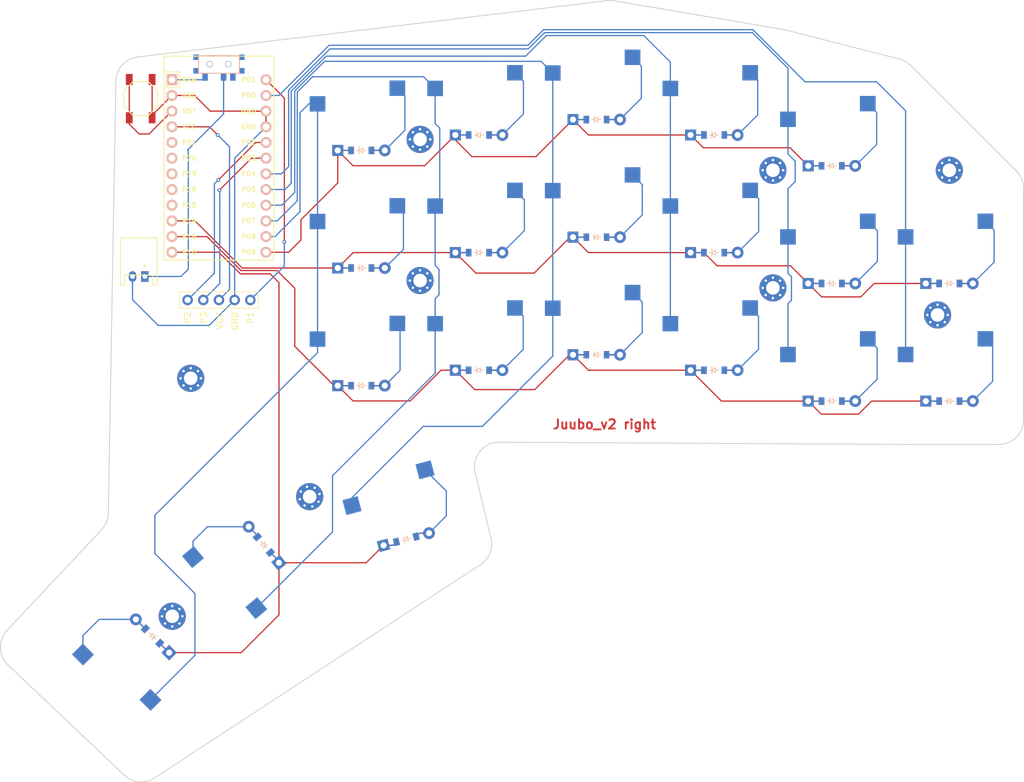
<source format=kicad_pcb>
(kicad_pcb (version 20241229) (generator "pcbnew") (generator_version "9.0")
  (title_block (title "juubo_right") (date "2026-02-08") (rev "v1.0.0") (company "Unknown"))
  (layers (0 "F.Cu" signal) (2 "B.Cu" signal) (13 "F.Paste" user) (15 "B.Paste" user) (5 "F.SilkS" user "F.Silkscreen") (7 "B.SilkS" user "B.Silkscreen") (1 "F.Mask" user) (3 "B.Mask" user) (25 "Edge.Cuts" user))
  (net 0 "")
  (net 1 "P2")
  (net 2 "P3")
  (net 3 "VCC")
  (net 4 "GND")
  (net 5 "P1")
  (net 6 "P0")
  (net 7 "mirror_outer_bottom")
  (net 8 "mirror_outer_home")
  (net 9 "P4")
  (net 10 "mirror_pinky_bottom")
  (net 11 "mirror_pinky_home")
  (net 12 "mirror_pinky_top")
  (net 13 "P5")
  (net 14 "mirror_ring_bottom")
  (net 15 "mirror_ring_home")
  (net 16 "mirror_ring_top")
  (net 17 "P6")
  (net 18 "mirror_middle_bottom")
  (net 19 "mirror_middle_home")
  (net 20 "mirror_middle_top")
  (net 21 "P7")
  (net 22 "mirror_index_bottom")
  (net 23 "mirror_index_home")
  (net 24 "mirror_index_top")
  (net 25 "P8")
  (net 26 "mirror_inner_bottom")
  (net 27 "mirror_inner_home")
  (net 28 "mirror_inner_top")
  (net 29 "mirror_layer_cluster")
  (net 30 "mirror_space_cluster")
  (net 31 "mirror_extra_cluster")
  (net 32 "P16")
  (net 33 "P14")
  (net 34 "P9")
  (net 35 "P10")
  (net 36 "RAW")
  (net 37 "RST")
  (net 38 "P21")
  (net 39 "P20")
  (net 40 "P19")
  (net 41 "P18")
  (net 42 "P15")
  (net 43 "B+")
  (footprint "E73:SPDT_C128955" (layer "F.Cu") (at 146.53 104.8105)
    (property "Reference" "T1" (hide yes))
    (property "Value" "" (hide yes))
  )
  (footprint "E73:SW_TACT_ALPS_SKQGABE010" (layer "F.Cu") (at 133.8525 110.41 -90)
    (property "Reference" "B1" (hide yes))
    (property "Value" "" (hide yes))
  )
  (footprint "MX" (layer "F.Cu") (at 226.73 149.4)
    (property "Reference" "S6" (hide yes))
    (property "Value" "" (hide yes))
  )
  (footprint "MountingHole_2.2mm_M2_Pad_Via" (layer "F.Cu") (at 141.9575 155.71)
    (property "Reference" "_9" (hide yes))
    (property "Value" "")
  )
  (footprint "MX" (layer "F.Cu") (at 188.63 130.35)
    (property "Reference" "S13" (hide yes))
    (property "Value" "" (hide yes))
  )
  (footprint "ComboDiode" (layer "F.Cu") (at 207.68 151.9)
    (property "Reference" "D9" (hide yes))
    (property "Value" "" (hide yes))
  )
  (footprint "MX" (layer "F.Cu") (at 207.68 108.8)
    (property "Reference" "S11" (hide yes))
    (property "Value" "" (hide yes))
  )
  (footprint "ComboDiode" (layer "F.Cu") (at 226.73 154.4)
    (property "Reference" "D6" (hide yes))
    (property "Value" "" (hide yes))
  )
  (footprint "MX" (layer "F.Cu") (at 245.78 116.3)
    (property "Reference" "S5" (hide yes))
    (property "Value" "" (hide yes))
  )
  (footprint "ComboDiode" (layer "F.Cu") (at 245.78 140.35)
    (property "Reference" "D4" (hide yes))
    (property "Value" "" (hide yes))
  )
  (footprint "ComboDiode" (layer "F.Cu") (at 169.58 137.85)
    (property "Reference" "D16" (hide yes))
    (property "Value" "" (hide yes))
  )
  (footprint "MX" (layer "F.Cu") (at 226.73 130.35)
    (property "Reference" "S7" (hide yes))
    (property "Value" "" (hide yes))
  )
  (footprint "ComboDiode" (layer "F.Cu") (at 169.58 156.9)
    (property "Reference" "D15" (hide yes))
    (property "Value" "" (hide yes))
  )
  (footprint "MX" (layer "F.Cu") (at 169.58 151.9)
    (property "Reference" "S15" (hide yes))
    (property "Value" "" (hide yes))
  )
  (footprint "ComboDiode" (layer "F.Cu") (at 188.63 135.35)
    (property "Reference" "D13" (hide yes))
    (property "Value" "" (hide yes))
  )
  (footprint "ComboDiode" (layer "F.Cu") (at 264.83 140.35)
    (property "Reference" "D2" (hide yes))
    (property "Value" "" (hide yes))
  )
  (footprint "MX" (layer "F.Cu") (at 132.224796 200.990306 135)
    (property "Reference" "S20" (hide yes))
    (property "Value" "" (hide yes))
  )
  (footprint "ComboDiode" (layer "F.Cu") (at 226.73 135.35)
    (property "Reference" "D7" (hide yes))
    (property "Value" "" (hide yes))
  )
  (footprint "MX" (layer "F.Cu") (at 264.83 154.4)
    (property "Reference" "S1" (hide yes))
    (property "Value" "" (hide yes))
  )
  (footprint "ComboDiode" (layer "F.Cu") (at 207.68 132.85)
    (property "Reference" "D10" (hide yes))
    (property "Value" "" (hide yes))
  )
  (footprint "MX" (layer "F.Cu") (at 264.83 135.35)
    (property "Reference" "S2" (hide yes))
    (property "Value" "" (hide yes))
  )
  (footprint "ComboDiode" (layer "F.Cu") (at 245.78 159.4)
    (property "Reference" "D3" (hide yes))
    (property "Value" "" (hide yes))
  )
  (footprint "ComboDiode" (layer "F.Cu") (at 226.73 116.3)
    (property "Reference" "D8" (hide yes))
    (property "Value" "" (hide yes))
  )
  (footprint "MountingHole_2.2mm_M2_Pad_Via" (layer "F.Cu") (at 179.105 117.015)
    (property "Reference" "_4" (hide yes))
    (property "Value" "")
  )
  (footprint "ComboDiode" (layer "F.Cu") (at 153.799567 182.668969 130)
    (property "Reference" "D19" (hide yes))
    (property "Value" "" (hide yes))
  )
  (footprint "MX" (layer "F.Cu") (at 226.73 111.3)
    (property "Reference" "S8" (hide yes))
    (property "Value" "" (hide yes))
  )
  (footprint "MountingHole_2.2mm_M2_Pad_Via" (layer "F.Cu") (at 264.83 122.015)
    (property "Reference" "_2" (hide yes))
    (property "Value" "")
  )
  (footprint "ComboDiode" (layer "F.Cu") (at 264.83 159.4)
    (property "Reference" "D1" (hide yes))
    (property "Value" "" (hide yes))
  )
  (footprint "MountingHole_2.2mm_M2_Pad_Via" (layer "F.Cu") (at 236.255 122.015)
    (property "Reference" "_3" (hide yes))
    (property "Value" "")
  )
  (footprint "MX" (layer "F.Cu") (at 149.969345 185.882907 130)
    (property "Reference" "S19" (hide yes))
    (property "Value" "" (hide yes))
  )
  (footprint "MountingHole_2.2mm_M2_Pad_Via" (layer "F.Cu") (at 138.959988 194.255114 135)
    (property "Reference" "_7" (hide yes))
    (property "Value" "")
  )
  (footprint "ComboDiode" (layer "F.Cu") (at 169.58 118.8)
    (property "Reference" "D17" (hide yes))
    (property "Value" "" (hide yes))
  )
  (footprint "ComboDiode" (layer "F.Cu") (at 188.63 154.4)
    (property "Reference" "D12" (hide yes))
    (property "Value" "" (hide yes))
  )
  (footprint "MX" (layer "F.Cu") (at 175.58 176.95 15)
    (property "Reference" "S18" (hide yes))
    (property "Value" "" (hide yes))
  )
  (footprint "MX" (layer "F.Cu") (at 188.63 111.3)
    (property "Reference" "S14" (hide yes))
    (property "Value" "" (hide yes))
  )
  (footprint "MX" (layer "F.Cu") (at 245.78 154.4)
    (property "Reference" "S3" (hide yes))
    (property "Value" "" (hide yes))
  )
  (footprint "MountingHole_2.2mm_M2_Pad_Via" (layer "F.Cu") (at 236.255 141.065)
    (property "Reference" "_5" (hide yes))
    (property "Value" "")
  )
  (footprint "MountingHole_2.2mm_M2_Pad_Via" (layer "F.Cu") (at 262.925 145.4465)
    (property "Reference" "_1" (hide yes))
    (property "Value" "")
  )
  (footprint "MX" (layer "F.Cu") (at 207.68 127.85)
    (property "Reference" "S10" (hide yes))
    (property "Value" "" (hide yes))
  )
  (footprint "MX" (layer "F.Cu") (at 169.58 132.85)
    (property "Reference" "S16" (hide yes))
    (property "Value" "" (hide yes))
  )
  (footprint "ComboDiode" (layer "F.Cu") (at 135.76033 197.454772 135)
    (property "Reference" "D20" (hide yes))
    (property "Value" "" (hide yes))
  )
  (footprint "JST_PH_S2B-PH-K_02x2.00mm_Angled" (layer "F.Cu") (at 133.53 139.2225 180)
    (property "Reference" "JST1" (hide yes))
    (property "Value" "" (hide yes))
  )
  (footprint "MX" (layer "F.Cu") (at 245.78 135.35)
    (property "Reference" "S4" (hide yes))
    (property "Value" "" (hide yes))
  )
  (footprint "ceoloide:display_nice_view" (layer "F.Cu") (at 146.53 126.325)
    (property "Reference" "DISP1" (hide yes))
    (property "Value" "")
  )
  (footprint "ComboDiode" (layer "F.Cu") (at 207.68 113.8)
    (property "Reference" "D11" (hide yes))
    (property "Value" "" (hide yes))
  )
  (footprint "MountingHole_2.2mm_M2_Pad_Via" (layer "F.Cu") (at 179.105 139.875)
    (property "Reference" "_8" (hide yes))
    (property "Value" "")
  )
  (footprint "ComboDiode" (layer "F.Cu") (at 188.63 116.3)
    (property "Reference" "D14" (hide yes))
    (property "Value" "" (hide yes))
  )
  (footprint "ComboDiode" (layer "F.Cu") (at 245.78 121.3)
    (property "Reference" "D5" (hide yes))
    (property "Value" "" (hide yes))
  )
  (footprint "ProMicro" (layer "F.Cu") (at 146.53 121.325 -90)
    (property "Reference" "MCU1" (hide yes))
    (property "Value" "" (hide yes))
  )
  (footprint "MX" (layer "F.Cu") (at 188.63 149.4)
    (property "Reference" "S12" (hide yes))
    (property "Value" "" (hide yes))
  )
  (footprint "MX" (layer "F.Cu") (at 169.58 113.8)
    (property "Reference" "S17" (hide yes))
    (property "Value" "" (hide yes))
  )
  (footprint "MX" (layer "F.Cu") (at 207.68 146.9)
    (property "Reference" "S9" (hide yes))
    (property "Value" "" (hide yes))
  )
  (footprint "ComboDiode" (layer "F.Cu") (at 176.874095 181.779629 15)
    (property "Reference" "D18" (hide yes))
    (property "Value" "" (hide yes))
  )
  (footprint "MountingHole_2.2mm_M2_Pad_Via" (layer "F.Cu") (at 161.220228 174.881086 15)
    (property "Reference" "_6" (hide yes))
    (property "Value" "")
  )
  (gr_arc (start 136.129287 220.423631) (mid 133.581356 221.060944) (end 131.187385 219.980637) (stroke (width 0.15)) (layer "Edge.Cuts"))
  (gr_line (start 129.834046 107.566193) (end 128.610243 177.560417) (stroke (width 0.15)) (layer "Edge.Cuts"))
  (gr_arc (start 275.683427 122.153427) (mid 276.550533 123.451118) (end 276.855 124.981854) (stroke (width 0.15)) (layer "Edge.Cuts"))
  (gr_arc (start 129.834046 107.566193) (mid 130.864579 104.955462) (end 133.356893 103.664607) (stroke (width 0.15)) (layer "Edge.Cuts"))
  (gr_line (start 276.855 162.425) (end 276.855 124.981854) (stroke (width 0.15)) (layer "Edge.Cuts"))
  (gr_line (start 256.742889 104.00336) (end 238.414029 99.315672) (stroke (width 0.15)) (layer "Edge.Cuts"))
  (gr_arc (start 238.093172 99.247494) (mid 238.2543 99.278293) (end 238.414029 99.315672) (stroke (width 0.15)) (layer "Edge.Cuts"))
  (gr_line (start 136.129287 220.423631) (end 188.893507 185.883209) (stroke (width 0.15)) (layer "Edge.Cuts"))
  (gr_line (start 190.590489 181.595721) (end 188.027389 171.003822) (stroke (width 0.15)) (layer "Edge.Cuts"))
  (gr_arc (start 257.815985 166.425) (mid 257.804996 166.424985) (end 257.794007 166.42494) (stroke (width 0.15)) (layer "Edge.Cuts"))
  (gr_arc (start 128.610243 177.560417) (mid 128.31696 178.995409) (end 127.526776 180.228629) (stroke (width 0.15)) (layer "Edge.Cuts"))
  (gr_arc (start 188.027389 171.003822) (mid 188.778473 167.580831) (end 191.937157 166.063089) (stroke (width 0.15)) (layer "Edge.Cuts"))
  (gr_line (start 275.683427 122.153427) (end 258.580199 105.050199) (stroke (width 0.15)) (layer "Edge.Cuts"))
  (gr_line (start 127.526776 180.228629) (end 112.222396 196.526697) (stroke (width 0.15)) (layer "Edge.Cuts"))
  (gr_arc (start 209.409566 94.539046) (mid 209.983978 94.511757) (end 210.556367 94.567114) (stroke (width 0.15)) (layer "Edge.Cuts"))
  (gr_line (start 238.093172 99.247494) (end 210.556367 94.567114) (stroke (width 0.15)) (layer "Edge.Cuts"))
  (gr_arc (start 112.387223 202.168537) (mid 111.139993 199.381637) (end 112.222396 196.526697) (stroke (width 0.15)) (layer "Edge.Cuts"))
  (gr_line (start 112.387223 202.168537) (end 131.187385 219.980637) (stroke (width 0.15)) (layer "Edge.Cuts"))
  (gr_arc (start 276.855 162.425) (mid 275.683427 165.253427) (end 272.855 166.425) (stroke (width 0.15)) (layer "Edge.Cuts"))
  (gr_line (start 209.409566 94.539046) (end 133.356893 103.664607) (stroke (width 0.15)) (layer "Edge.Cuts"))
  (gr_arc (start 190.590489 181.595721) (mid 190.421963 184.008591) (end 188.893507 185.883209) (stroke (width 0.15)) (layer "Edge.Cuts"))
  (gr_line (start 257.815985 166.425) (end 272.855 166.425) (stroke (width 0.15)) (layer "Edge.Cuts"))
  (gr_arc (start 256.742889 104.00336) (mid 257.731976 104.403165) (end 258.580199 105.050199) (stroke (width 0.15)) (layer "Edge.Cuts"))
  (gr_line (start 191.937157 166.063089) (end 257.794007 166.42494) (stroke (width 0.15)) (layer "Edge.Cuts"))
  (gr_text "Juubo_v2 right" (at 200.44 164.04 0) (layer "F.Cu") (effects (font (size 1.5 1.5) (thickness 0.3) (bold yes)) (justify left bottom)))
  (segment (start 146.42 123.59) (end 152.495 117.515) (width 0.2) (layer "F.Cu") (net 1))
  (segment (start 152.495 117.515) (end 154.15 117.515) (width 0.2) (layer "F.Cu") (net 1))
  (via (at 146.42 123.59) (size 0.6) (drill 0.3) (layers "F.Cu" "B.Cu") (net 1))
  (segment (start 145.79 124.22) (end 146.42 123.59) (width 0.2) (layer "B.Cu") (net 1))
  (segment (start 145.79 138.685) (end 145.79 130.91) (width 0.2) (layer "B.Cu") (net 1))
  (segment (start 141.45 143.025) (end 145.79 138.685) (width 0.2) (layer "B.Cu") (net 1))
  (segment (start 145.79 130.91) (end 145.79 124.22) (width 0.2) (layer "B.Cu") (net 1))
  (segment (start 151.785 120.055) (end 154.15 120.055) (width 0.2) (layer "F.Cu") (net 2))
  (segment (start 146.6 125.24) (end 151.785 120.055) (width 0.2) (layer "F.Cu") (net 2))
  (via (at 146.6 125.24) (size 0.6) (drill 0.3) (layers "F.Cu" "B.Cu") (net 2))
  (segment (start 146.66 140.355) (end 146.66 128.96) (width 0.2) (layer "B.Cu") (net 2))
  (segment (start 143.99 143.025) (end 146.66 140.355) (width 0.2) (layer "B.Cu") (net 2))
  (segment (start 146.66 128.96) (end 146.66 125.3) (width 0.2) (layer "B.Cu") (net 2))
  (segment (start 146.66 125.3) (end 146.6 125.24) (width 0.2) (layer "B.Cu") (net 2))
  (segment (start 144.995 114.975) (end 138.91 114.975) (width 0.2) (layer "F.Cu") (net 3))
  (segment (start 146.32 116.3) (end 144.995 114.975) (width 0.2) (layer "F.Cu") (net 3))
  (via (at 146.32 116.3) (size 0.6) (drill 0.3) (layers "F.Cu" "B.Cu") (net 3))
  (segment (start 146.53 143.025) (end 148.24 141.315) (width 0.2) (layer "B.Cu") (net 3))
  (segment (start 148.24 141.315) (end 148.24 127.28) (width 0.2) (layer "B.Cu") (net 3))
  (segment (start 148.24 127.28) (end 148.24 118.22) (width 0.2) (layer "B.Cu") (net 3))
  (segment (start 148.24 118.22) (end 146.32 116.3) (width 0.2) (layer "B.Cu") (net 3))
  (segment (start 135.7025 113.51) (end 135.7025 107.31) (width 0.2) (layer "F.Cu") (net 4))
  (segment (start 145.125 112.435) (end 154.15 112.435) (width 0.2) (layer "F.Cu") (net 4))
  (segment (start 142.585 109.895) (end 145.125 112.435) (width 0.2) (layer "F.Cu") (net 4))
  (segment (start 154.15 114.975) (end 154.15 112.435) (width 0.2) (layer "F.Cu") (net 4))
  (segment (start 135.7025 113.1025) (end 135.7025 113.51) (width 0.2) (layer "F.Cu") (net 4))
  (segment (start 138.91 109.895) (end 142.585 109.895) (width 0.2) (layer "F.Cu") (net 4))
  (segment (start 138.91 109.895) (end 135.7025 113.1025) (width 0.2) (layer "F.Cu") (net 4))
  (segment (start 136.7 147.15) (end 144.945 147.15) (width 0.2) (layer "B.Cu") (net 4))
  (segment (start 149.07 120.055) (end 154.15 114.975) (width 0.2) (layer "B.Cu") (net 4))
  (segment (start 132.53 139.2225) (end 132.53 142.98) (width 0.2) (layer "B.Cu") (net 4))
  (segment (start 144.945 147.15) (end 149.07 143.025) (width 0.2) (layer "B.Cu") (net 4))
  (segment (start 149.07 143.025) (end 149.07 120.055) (width 0.2) (layer "B.Cu") (net 4))
  (segment (start 132.53 142.98) (end 136.7 147.15) (width 0.2) (layer "B.Cu") (net 4))
  (segment (start 157.12 110.325) (end 154.15 107.355) (width 0.2) (layer "F.Cu") (net 5))
  (segment (start 157.12 133.6) (end 157.12 110.325) (width 0.2) (layer "F.Cu") (net 5))
  (via (at 157.12 133.6) (size 0.6) (drill 0.3) (layers "F.Cu" "B.Cu") (net 5))
  (segment (start 157.12 134.12) (end 157.12 133.6) (width 0.2) (layer "B.Cu") (net 5))
  (segment (start 157.12 137.515) (end 157.12 134.12) (width 0.2) (layer "B.Cu") (net 5))
  (segment (start 151.61 143.025) (end 157.12 137.515) (width 0.2) (layer "B.Cu") (net 5))
  (segment (start 257.745 132.81) (end 257.745 112.395) (width 0.2) (layer "B.Cu") (net 6))
  (segment (start 257.745 151.86) (end 257.745 132.81) (width 0.2) (layer "B.Cu") (net 6))
  (segment (start 253.03 107.68) (end 241.4471 107.68) (width 0.2) (layer "B.Cu") (net 6))
  (segment (start 233.0171 99.25) (end 199.11 99.25) (width 0.2) (layer "B.Cu") (net 6))
  (segment (start 257.745 112.395) (end 253.03 107.68) (width 0.2) (layer "B.Cu") (net 6))
  (segment (start 164.37 101.77) (end 156.245 109.895) (width 0.2) (layer "B.Cu") (net 6))
  (segment (start 196.59 101.77) (end 164.37 101.77) (width 0.2) (layer "B.Cu") (net 6))
  (segment (start 241.4471 107.68) (end 233.0171 99.25) (width 0.2) (layer "B.Cu") (net 6))
  (segment (start 156.245 109.895) (end 154.15 109.895) (width 0.2) (layer "B.Cu") (net 6))
  (segment (start 199.11 99.25) (end 196.59 101.77) (width 0.2) (layer "B.Cu") (net 6))
  (segment (start 266.48 159.4) (end 268.64 159.4) (width 0.2) (layer "F.Cu") (net 7))
  (segment (start 271.84 156.2) (end 268.64 159.4) (width 0.2) (layer "B.Cu") (net 7))
  (segment (start 268.64 159.4) (end 266.48 159.4) (width 0.2) (layer "B.Cu") (net 7))
  (segment (start 271.84 150.488) (end 271.84 156.2) (width 0.2) (layer "B.Cu") (net 7))
  (segment (start 270.672 149.32) (end 271.84 150.488) (width 0.2) (layer "B.Cu") (net 7))
  (segment (start 268.64 140.35) (end 266.48 140.35) (width 0.2) (layer "F.Cu") (net 8))
  (segment (start 270.672 130.27) (end 272.08 131.678) (width 0.2) (layer "B.Cu") (net 8))
  (segment (start 266.48 140.35) (end 268.64 140.35) (width 0.2) (layer "B.Cu") (net 8))
  (segment (start 272.08 136.91) (end 268.64 140.35) (width 0.2) (layer "B.Cu") (net 8))
  (segment (start 272.08 131.678) (end 272.08 136.91) (width 0.2) (layer "B.Cu") (net 8))
  (segment (start 196.62 102.36) (end 164.5 102.36) (width 0.2) (layer "B.Cu") (net 9))
  (segment (start 157.829 121.421) (end 156.655 122.595) (width 0.2) (layer "B.Cu") (net 9))
  (segment (start 238.695 125.005) (end 239.86 123.84) (width 0.2) (layer "B.Cu") (net 9))
  (segment (start 238.695 132.81) (end 238.695 138.685) (width 0.2) (layer "B.Cu") (net 9))
  (segment (start 157.829 110.519) (end 157.829 121.421) (width 0.2) (layer "B.Cu") (net 9))
  (segment (start 239.86 120.55) (end 239.86 123.84) (width 0.2) (layer "B.Cu") (net 9))
  (segment (start 164.5 102.36) (end 157.8 109.06) (width 0.2) (layer "B.Cu") (net 9))
  (segment (start 238.695 113.76) (end 238.695 105.495) (width 0.2) (layer "B.Cu") (net 9))
  (segment (start 157.8 109.06) (end 157.8 110.49) (width 0.2) (layer "B.Cu") (net 9))
  (segment (start 238.695 143.635) (end 239.26 143.07) (width 0.2) (layer "B.Cu") (net 9))
  (segment (start 199.26 99.72) (end 196.62 102.36) (width 0.2) (layer "B.Cu") (net 9))
  (segment (start 239.26 139.25) (end 239.26 143.07) (width 0.2) (layer "B.Cu") (net 9))
  (segment (start 238.695 138.685) (end 239.26 139.25) (width 0.2) (layer "B.Cu") (net 9))
  (segment (start 157.8 110.49) (end 157.829 110.519) (width 0.2) (layer "B.Cu") (net 9))
  (segment (start 238.695 105.495) (end 232.92 99.72) (width 0.2) (layer "B.Cu") (net 9))
  (segment (start 238.695 119.385) (end 239.86 120.55) (width 0.2) (layer "B.Cu") (net 9))
  (segment (start 232.92 99.72) (end 199.26 99.72) (width 0.2) (layer "B.Cu") (net 9))
  (segment (start 156.655 122.595) (end 154.15 122.595) (width 0.2) (layer "B.Cu") (net 9))
  (segment (start 238.695 132.81) (end 238.695 125.005) (width 0.2) (layer "B.Cu") (net 9))
  (segment (start 238.695 151.86) (end 238.695 143.635) (width 0.2) (layer "B.Cu") (net 9))
  (segment (start 238.695 113.76) (end 238.695 119.385) (width 0.2) (layer "B.Cu") (net 9))
  (segment (start 249.59 159.4) (end 247.43 159.4) (width 0.2) (layer "F.Cu") (net 10))
  (segment (start 253.13 150.828) (end 253.13 155.86) (width 0.2) (layer "B.Cu") (net 10))
  (segment (start 251.622 149.32) (end 253.13 150.828) (width 0.2) (layer "B.Cu") (net 10))
  (segment (start 253.13 155.86) (end 249.59 159.4) (width 0.2) (layer "B.Cu") (net 10))
  (segment (start 247.43 159.4) (end 249.59 159.4) (width 0.2) (layer "B.Cu") (net 10))
  (segment (start 247.43 140.35) (end 249.59 140.35) (width 0.2) (layer "F.Cu") (net 11))
  (segment (start 253.18 131.828) (end 253.18 136.76) (width 0.2) (layer "B.Cu") (net 11))
  (segment (start 249.59 140.35) (end 247.43 140.35) (width 0.2) (layer "B.Cu") (net 11))
  (segment (start 251.622 130.27) (end 253.18 131.828) (width 0.2) (layer "B.Cu") (net 11))
  (segment (start 253.18 136.76) (end 249.59 140.35) (width 0.2) (layer "B.Cu") (net 11))
  (segment (start 249.59 121.3) (end 247.43 121.3) (width 0.2) (layer "F.Cu") (net 12))
  (segment (start 251.622 111.22) (end 253.06 112.658) (width 0.2) (layer "B.Cu") (net 12))
  (segment (start 253.06 117.83) (end 249.59 121.3) (width 0.2) (layer "B.Cu") (net 12))
  (segment (start 247.43 121.3) (end 249.59 121.3) (width 0.2) (layer "B.Cu") (net 12))
  (segment (start 253.06 112.658) (end 253.06 117.83) (width 0.2) (layer "B.Cu") (net 12))
  (segment (start 219.645 104.495) (end 215.34 100.19) (width 0.2) (layer "B.Cu") (net 13))
  (segment (start 219.645 127.81) (end 219.645 146.86) (width 0.2) (layer "B.Cu") (net 13))
  (segment (start 158.23 109.1958) (end 158.23 124.12) (width 0.2) (layer "B.Cu") (net 13))
  (segment (start 157.215 125.135) (end 154.15 125.135) (width 0.2) (layer "B.Cu") (net 13))
  (segment (start 219.645 108.76) (end 219.645 127.81) (width 0.2) (layer "B.Cu") (net 13))
  (segment (start 219.645 108.76) (end 219.645 104.495) (width 0.2) (layer "B.Cu") (net 13))
  (segment (start 196.21 103.53) (end 163.8958 103.53) (width 0.2) (layer "B.Cu") (net 13))
  (segment (start 158.23 124.12) (end 157.215 125.135) (width 0.2) (layer "B.Cu") (net 13))
  (segment (start 215.34 100.19) (end 199.55 100.19) (width 0.2) (layer "B.Cu") (net 13))
  (segment (start 199.55 100.19) (end 196.21 103.53) (width 0.2) (layer "B.Cu") (net 13))
  (segment (start 163.8958 103.53) (end 158.23 109.1958) (width 0.2) (layer "B.Cu") (net 13))
  (segment (start 230.54 154.4) (end 228.38 154.4) (width 0.2) (layer "F.Cu") (net 14))
  (segment (start 232.572 144.32) (end 233.92 145.668) (width 0.2) (layer "B.Cu") (net 14))
  (segment (start 233.92 145.668) (end 233.92 151.02) (width 0.2) (layer "B.Cu") (net 14))
  (segment (start 233.92 151.02) (end 230.54 154.4) (width 0.2) (layer "B.Cu") (net 14))
  (segment (start 228.38 154.4) (end 230.54 154.4) (width 0.2) (layer "B.Cu") (net 14))
  (segment (start 230.54 135.35) (end 228.38 135.35) (width 0.2) (layer "F.Cu") (net 15))
  (segment (start 228.38 135.35) (end 230.54 135.35) (width 0.2) (layer "B.Cu") (net 15))
  (segment (start 233.94 131.95) (end 230.54 135.35) (width 0.2) (layer "B.Cu") (net 15))
  (segment (start 232.572 125.27) (end 233.94 126.638) (width 0.2) (layer "B.Cu") (net 15))
  (segment (start 233.94 126.638) (end 233.94 131.95) (width 0.2) (layer "B.Cu") (net 15))
  (segment (start 228.38 116.3) (end 230.54 116.3) (width 0.2) (layer "F.Cu") (net 16))
  (segment (start 230.54 116.3) (end 228.38 116.3) (width 0.2) (layer "B.Cu") (net 16))
  (segment (start 232.572 106.22) (end 233.79 107.438) (width 0.2) (layer "B.Cu") (net 16))
  (segment (start 233.79 107.438) (end 233.79 113.05) (width 0.2) (layer "B.Cu") (net 16))
  (segment (start 233.79 113.05) (end 230.54 116.3) (width 0.2) (layer "B.Cu") (net 16))
  (segment (start 158.809 125.591) (end 156.725 127.675) (width 0.2) (layer "B.Cu") (net 17))
  (segment (start 163.33 104.7) (end 163.2929 104.7) (width 0.2) (layer "B.Cu") (net 17))
  (segment (start 189.2 163.5) (end 200.595 152.105) (width 0.2) (layer "B.Cu") (net 17))
  (segment (start 200.595 106.26) (end 198.704 104.369) (width 0.2) (layer "B.Cu") (net 17))
  (segment (start 200.595 152.105) (end 200.595 144.36) (width 0.2) (layer "B.Cu") (net 17))
  (segment (start 200.595 125.31) (end 200.595 106.26) (width 0.2) (layer "B.Cu") (net 17))
  (segment (start 168.079015 176.330281) (end 168.079015 175.036186) (width 0.2) (layer "B.Cu") (net 17))
  (segment (start 168.079015 175.036186) (end 179.615201 163.5) (width 0.2) (layer "B.Cu") (net 17))
  (segment (start 198.704 104.369) (end 163.661 104.369) (width 0.2) (layer "B.Cu") (net 17))
  (segment (start 156.725 127.675) (end 154.15 127.675) (width 0.2) (layer "B.Cu") (net 17))
  (segment (start 158.809 109.1839) (end 158.809 125.591) (width 0.2) (layer "B.Cu") (net 17))
  (segment (start 200.595 144.36) (end 200.595 125.31) (width 0.2) (layer "B.Cu") (net 17))
  (segment (start 179.615201 163.5) (end 189.2 163.5) (width 0.2) (layer "B.Cu") (net 17))
  (segment (start 163.661 104.369) (end 163.33 104.7) (width 0.2) (layer "B.Cu") (net 17))
  (segment (start 163.2929 104.7) (end 158.809 109.1839) (width 0.2) (layer "B.Cu") (net 17))
  (segment (start 209.33 151.9) (end 211.49 151.9) (width 0.2) (layer "F.Cu") (net 18))
  (segment (start 215.09 143.388) (end 215.09 148.3) (width 0.2) (layer "B.Cu") (net 18))
  (segment (start 213.522 141.82) (end 215.09 143.388) (width 0.2) (layer "B.Cu") (net 18))
  (segment (start 215.09 148.3) (end 211.49 151.9) (width 0.2) (layer "B.Cu") (net 18))
  (segment (start 211.49 151.9) (end 209.33 151.9) (width 0.2) (layer "B.Cu") (net 18))
  (segment (start 211.49 132.85) (end 209.33 132.85) (width 0.2) (layer "F.Cu") (net 19))
  (segment (start 215.1 124.348) (end 215.1 129.24) (width 0.2) (layer "B.Cu") (net 19))
  (segment (start 215.1 129.24) (end 211.49 132.85) (width 0.2) (layer "B.Cu") (net 19))
  (segment (start 209.33 132.85) (end 211.49 132.85) (width 0.2) (layer "B.Cu") (net 19))
  (segment (start 213.522 122.77) (end 215.1 124.348) (width 0.2) (layer "B.Cu") (net 19))
  (segment (start 209.33 113.8) (end 211.49 113.8) (width 0.2) (layer "F.Cu") (net 20))
  (segment (start 214.95 105.148) (end 214.95 110.34) (width 0.2) (layer "B.Cu") (net 20))
  (segment (start 214.95 110.34) (end 211.49 113.8) (width 0.2) (layer "B.Cu") (net 20))
  (segment (start 213.522 103.72) (end 214.95 105.148) (width 0.2) (layer "B.Cu") (net 20))
  (segment (start 211.49 113.8) (end 209.33 113.8) (width 0.2) (layer "B.Cu") (net 20))
  (segment (start 159.21 126.97) (end 155.965 130.215) (width 0.2) (layer "B.Cu") (net 21))
  (segment (start 181.545 142.805) (end 182.17 142.18) (width 0.2) (layer "B.Cu") (net 21))
  (segment (start 182.29 127.065) (end 181.545 127.81) (width 0.2) (layer "B.Cu") (net 21))
  (segment (start 181.545 137.425) (end 182.17 138.05) (width 0.2) (layer "B.Cu") (net 21))
  (segment (start 159.21 109.35) (end 159.21 126.97) (width 0.2) (layer "B.Cu") (net 21))
  (segment (start 181.545 154.875) (end 164.92 171.5) (width 0.2) (layer "B.Cu") (net 21))
  (segment (start 164.92 171.5) (end 164.92 180.600754) (width 0.2) (layer "B.Cu") (net 21))
  (segment (start 181.545 108.76) (end 181.545 114.435) (width 0.2) (layer "B.Cu") (net 21))
  (segment (start 181.545 146.86) (end 181.545 142.805) (width 0.2) (layer "B.Cu") (net 21))
  (segment (start 182.17 138.05) (end 182.17 142.18) (width 0.2) (layer "B.Cu") (net 21))
  (segment (start 182.29 115.18) (end 182.29 127.065) (width 0.2) (layer "B.Cu") (net 21))
  (segment (start 181.545 108.76) (end 179.654 106.869) (width 0.2) (layer "B.Cu") (net 21))
  (segment (start 179.654 106.869) (end 161.691 106.869) (width 0.2) (layer "B.Cu") (net 21))
  (segment (start 161.691 106.869) (end 159.21 109.35) (width 0.2) (layer "B.Cu") (net 21))
  (segment (start 181.545 114.435) (end 182.29 115.18) (width 0.2) (layer "B.Cu") (net 21))
  (segment (start 181.545 146.86) (end 181.545 154.875) (width 0.2) (layer "B.Cu") (net 21))
  (segment (start 155.965 130.215) (end 154.15 130.215) (width 0.2) (layer "B.Cu") (net 21))
  (segment (start 164.92 180.600754) (end 152.577742 192.943012) (width 0.2) (layer "B.Cu") (net 21))
  (segment (start 181.545 127.81) (end 181.545 137.425) (width 0.2) (layer "B.Cu") (net 21))
  (segment (start 192.44 154.4) (end 190.28 154.4) (width 0.2) (layer "F.Cu") (net 22))
  (segment (start 195.81 151.03) (end 192.44 154.4) (width 0.2) (layer "B.Cu") (net 22))
  (segment (start 195.81 145.658) (end 195.81 151.03) (width 0.2) (layer "B.Cu") (net 22))
  (segment (start 190.28 154.4) (end 192.44 154.4) (width 0.2) (layer "B.Cu") (net 22))
  (segment (start 194.472 144.32) (end 195.81 145.658) (width 0.2) (layer "B.Cu") (net 22))
  (segment (start 190.28 135.35) (end 192.44 135.35) (width 0.2) (layer "F.Cu") (net 23))
  (segment (start 192.44 135.35) (end 190.28 135.35) (width 0.2) (layer "B.Cu") (net 23))
  (segment (start 196 126.798) (end 196 131.79) (width 0.2) (layer "B.Cu") (net 23))
  (segment (start 196 131.79) (end 192.44 135.35) (width 0.2) (layer "B.Cu") (net 23))
  (segment (start 194.472 125.27) (end 196 126.798) (width 0.2) (layer "B.Cu") (net 23))
  (segment (start 192.44 116.3) (end 190.28 116.3) (width 0.2) (layer "F.Cu") (net 24))
  (segment (start 195.85 112.89) (end 192.44 116.3) (width 0.2) (layer "B.Cu") (net 24))
  (segment (start 195.85 107.598) (end 195.85 112.89) (width 0.2) (layer "B.Cu") (net 24))
  (segment (start 190.28 116.3) (end 192.44 116.3) (width 0.2) (layer "B.Cu") (net 24))
  (segment (start 194.472 106.22) (end 195.85 107.598) (width 0.2) (layer "B.Cu") (net 24))
  (segment (start 136.15 184.09) (end 136.15 177.89) (width 0.2) (layer "B.Cu") (net 25))
  (segment (start 162.495 111.26) (end 161.09 111.26) (width 0.2) (layer "B.Cu") (net 25))
  (segment (start 142.64 190.58) (end 136.15 184.09) (width 0.2) (layer "B.Cu") (net 25))
  (segment (start 135.438596 207.796209) (end 142.64 200.594805) (width 0.2) (layer "B.Cu") (net 25))
  (segment (start 136.15 177.89) (end 162.495 151.545) (width 0.2) (layer "B.Cu") (net 25))
  (segment (start 159.65 128.71) (end 155.605 132.755) (width 0.2) (layer "B.Cu") (net 25))
  (segment (start 142.64 200.594805) (end 142.64 190.58) (width 0.2) (layer "B.Cu") (net 25))
  (segment (start 162.495 149.36) (end 162.495 130.31) (width 0.2) (layer "B.Cu") (net 25))
  (segment (start 162.495 130.31) (end 162.495 111.26) (width 0.2) (layer "B.Cu") (net 25))
  (segment (start 159.65 112.7) (end 159.65 128.71) (width 0.2) (layer "B.Cu") (net 25))
  (segment (start 162.495 151.545) (end 162.495 149.36) (width 0.2) (layer "B.Cu") (net 25))
  (segment (start 161.09 111.26) (end 159.65 112.7) (width 0.2) (layer "B.Cu") (net 25))
  (segment (start 155.605 132.755) (end 154.15 132.755) (width 0.2) (layer "B.Cu") (net 25))
  (segment (start 171.23 156.9) (end 173.39 156.9) (width 0.2) (layer "F.Cu") (net 26))
  (segment (start 175.8619 154.4281) (end 173.39 156.9) (width 0.2) (layer "B.Cu") (net 26))
  (segment (start 175.8619 147.2599) (end 175.8619 154.4281) (width 0.2) (layer "B.Cu") (net 26))
  (segment (start 175.422 146.82) (end 175.8619 147.2599) (width 0.2) (layer "B.Cu") (net 26))
  (segment (start 173.39 156.9) (end 171.23 156.9) (width 0.2) (layer "B.Cu") (net 26))
  (segment (start 173.39 137.85) (end 171.23 137.85) (width 0.2) (layer "F.Cu") (net 27))
  (segment (start 176.41 128.758) (end 176.41 134.83) (width 0.2) (layer "B.Cu") (net 27))
  (segment (start 175.422 127.77) (end 176.41 128.758) (width 0.2) (layer "B.Cu") (net 27))
  (segment (start 171.23 137.85) (end 173.39 137.85) (width 0.2) (layer "B.Cu") (net 27))
  (segment (start 176.41 134.83) (end 173.39 137.85) (width 0.2) (layer "B.Cu") (net 27))
  (segment (start 173.39 118.8) (end 171.23 118.8) (width 0.2) (layer "F.Cu") (net 28))
  (segment (start 171.23 118.8) (end 173.39 118.8) (width 0.2) (layer "B.Cu") (net 28))
  (segment (start 176.65 115.54) (end 173.39 118.8) (width 0.2) (layer "B.Cu") (net 28))
  (segment (start 176.65 109.948) (end 176.65 115.54) (width 0.2) (layer "B.Cu") (net 28))
  (segment (start 175.422 108.72) (end 176.65 109.948) (width 0.2) (layer "B.Cu") (net 28))
  (segment (start 180.554272 180.793528) (end 179.026923 180.793528) (width 0.2) (layer "F.Cu") (net 29))
  (segment (start 179.026923 180.793528) (end 178.467873 181.352578) (width 0.2) (layer "F.Cu") (net 29))
  (segment (start 179.026923 180.793528) (end 180.554272 180.793528) (width 0.2) (layer "B.Cu") (net 29))
  (segment (start 179.908138 170.531076) (end 183.36 173.982938) (width 0.2) (layer "B.Cu") (net 29))
  (segment (start 178.467873 181.352578) (end 179.026923 180.793528) (width 0.2) (layer "B.Cu") (net 29))
  (segment (start 183.36 177.9878) (end 180.554272 180.793528) (width 0.2) (layer "B.Cu") (net 29))
  (segment (start 183.36 173.982938) (end 183.36 177.9878) (width 0.2) (layer "B.Cu") (net 29))
  (segment (start 151.350546 179.75034) (end 152.738967 181.138761) (width 0.2) (layer "F.Cu") (net 30))
  (segment (start 152.738967 181.138761) (end 152.738967 181.404996) (width 0.2) (layer "F.Cu") (net 30))
  (segment (start 142.322674 182.097326) (end 144.66966 179.75034) (width 0.2) (layer "B.Cu") (net 30))
  (segment (start 144.66966 179.75034) (end 151.350546 179.75034) (width 0.2) (layer "B.Cu") (net 30))
  (segment (start 152.738967 181.138761) (end 152.738967 181.404996) (width 0.2) (layer "B.Cu") (net 30))
  (segment (start 142.322674 184.673036) (end 142.322674 182.097326) (width 0.2) (layer "B.Cu") (net 30))
  (segment (start 151.350546 179.75034) (end 152.738967 181.138761) (width 0.2) (layer "B.Cu") (net 30))
  (segment (start 133.066253 194.760695) (end 134.593604 196.288046) (width 0.2) (layer "F.Cu") (net 31))
  (segment (start 133.066253 194.760695) (end 134.593604 196.288046) (width 0.2) (layer "B.Cu") (net 31))
  (segment (start 127.129305 194.760695) (end 133.066253 194.760695) (width 0.2) (layer "B.Cu") (net 31))
  (segment (start 124.501776 200.451491) (end 124.501776 197.388224) (width 0.2) (layer "B.Cu") (net 31))
  (segment (start 124.501776 197.388224) (end 127.129305 194.760695) (width 0.2) (layer "B.Cu") (net 31))
  (segment (start 144.595 132.755) (end 138.91 132.755) (width 0.2) (layer "F.Cu") (net 32))
  (segment (start 225.08 154.4) (end 222.92 154.4) (width 0.2) (layer "F.Cu") (net 32))
  (segment (start 158.81 150.53) (end 158.81 141.13) (width 0.2) (layer "F.Cu") (net 32))
  (segment (start 244.13 159.4) (end 241.97 159.4) (width 0.2) (layer "F.Cu") (net 32))
  (segment (start 182.5 154.4) (end 184.82 154.4) (width 0.2) (layer "F.Cu") (net 32))
  (segment (start 250.13 161.51) (end 252.24 159.4) (width 0.2) (layer "F.Cu") (net 32))
  (segment (start 165.77 156.9) (end 168.25 159.38) (width 0.2) (layer "F.Cu") (net 32))
  (segment (start 261.02 159.4) (end 263.18 159.4) (width 0.2) (layer "F.Cu") (net 32))
  (segment (start 206.37 154.4) (end 222.92 154.4) (width 0.2) (layer "F.Cu") (net 32))
  (segment (start 244.08 161.51) (end 250.13 161.51) (width 0.2) (layer "F.Cu") (net 32))
  (segment (start 177.52 159.38) (end 182.5 154.4) (width 0.2) (layer "F.Cu") (net 32))
  (segment (start 184.82 154.4) (end 187.96 157.54) (width 0.2) (layer "F.Cu") (net 32))
  (segment (start 165.77 156.9) (end 167.93 156.9) (width 0.2) (layer "F.Cu") (net 32))
  (segment (start 155.931 138.251) (end 150.091 138.251) (width 0.2) (layer "F.Cu") (net 32))
  (segment (start 222.92 154.4) (end 227.92 159.4) (width 0.2) (layer "F.Cu") (net 32))
  (segment (start 227.92 159.4) (end 241.97 159.4) (width 0.2) (layer "F.Cu") (net 32))
  (segment (start 203.87 151.9) (end 206.03 151.9) (width 0.2) (layer "F.Cu") (net 32))
  (segment (start 203.87 151.9) (end 206.37 154.4) (width 0.2) (layer "F.Cu") (net 32))
  (segment (start 252.24 159.4) (end 261.02 159.4) (width 0.2) (layer "F.Cu") (net 32))
  (segment (start 203.32 151.9) (end 203.87 151.9) (width 0.2) (layer "F.Cu") (net 32))
  (segment (start 186.98 154.4) (end 184.82 154.4) (width 0.2) (layer "F.Cu") (net 32))
  (segment (start 150.091 138.251) (end 144.595 132.755) (width 0.2) (layer "F.Cu") (net 32))
  (segment (start 165.77 156.9) (end 165.18 156.9) (width 0.2) (layer "F.Cu") (net 32))
  (segment (start 187.96 157.54) (end 197.68 157.54) (width 0.2) (layer "F.Cu") (net 32))
  (segment (start 165.18 156.9) (end 158.81 150.53) (width 0.2) (layer "F.Cu") (net 32))
  (segment (start 168.25 159.38) (end 177.52 159.38) (width 0.2) (layer "F.Cu") (net 32))
  (segment (start 158.81 141.13) (end 155.931 138.251) (width 0.2) (layer "F.Cu") (net 32))
  (segment (start 197.68 157.54) (end 203.32 151.9) (width 0.2) (layer "F.Cu") (net 32))
  (segment (start 241.97 159.4) (end 244.08 161.51) (width 0.2) (layer "F.Cu") (net 32))
  (segment (start 206.03 151.9) (end 203.87 151.9) (width 0.2) (layer "B.Cu") (net 32))
  (segment (start 241.97 159.4) (end 244.13 159.4) (width 0.2) (layer "B.Cu") (net 32))
  (segment (start 184.82 154.4) (end 186.98 154.4) (width 0.2) (layer "B.Cu") (net 32))
  (segment (start 263.18 159.4) (end 261.02 159.4) (width 0.2) (layer "B.Cu") (net 32))
  (segment (start 167.93 156.9) (end 165.77 156.9) (width 0.2) (layer "B.Cu") (net 32))
  (segment (start 222.92 154.4) (end 225.08 154.4) (width 0.2) (layer "B.Cu") (net 32))
  (segment (start 150.29 137.85) (end 142.655 130.215) (width 0.2) (layer "F.Cu") (net 33))
  (segment (start 184.82 135.35) (end 186.98 135.35) (width 0.2) (layer "F.Cu") (net 33))
  (segment (start 241.97 140.35) (end 244.13 140.35) (width 0.2) (layer "F.Cu") (net 33))
  (segment (start 206.03 132.85) (end 203.87 132.85) (width 0.2) (layer "F.Cu") (net 33))
  (segment (start 241.97 140.35) (end 244.15 142.53) (width 0.2) (layer "F.Cu") (net 33))
  (segment (start 203.87 132.85) (end 206.37 135.35) (width 0.2) (layer "F.Cu") (net 33))
  (segment (start 227.22 137.49) (end 239.11 137.49) (width 0.2) (layer "F.Cu") (net 33))
  (segment (start 168.27 135.35) (end 184.82 135.35) (width 0.2) (layer "F.Cu") (net 33))
  (segment (start 263.18 140.35) (end 261.02 140.35) (width 0.2) (layer "F.Cu") (net 33))
  (segment (start 165.77 137.85) (end 150.29 137.85) (width 0.2) (layer "F.Cu") (net 33))
  (segment (start 252.66 140.35) (end 261.02 140.35) (width 0.2) (layer "F.Cu") (net 33))
  (segment (start 184.82 135.35) (end 188.14 138.67) (width 0.2) (layer "F.Cu") (net 33))
  (segment (start 250.48 142.53) (end 252.66 140.35) (width 0.2) (layer "F.Cu") (net 33))
  (segment (start 225.08 135.35) (end 222.92 135.35) (width 0.2) (layer "F.Cu") (net 33))
  (segment (start 206.37 135.35) (end 222.92 135.35) (width 0.2) (layer "F.Cu") (net 33))
  (segment (start 165.77 137.85) (end 168.27 135.35) (width 0.2) (layer "F.Cu") (net 33))
  (segment (start 188.14 138.67) (end 197.59 138.67) (width 0.2) (layer "F.Cu") (net 33))
  (segment (start 167.93 137.85) (end 165.77 137.85) (width 0.2) (layer "F.Cu") (net 33))
  (segment (start 197.59 138.67) (end 203.41 132.85) (width 0.2) (layer "F.Cu") (net 33))
  (segment (start 203.41 132.85) (end 203.87 132.85) (width 0.2) (layer "F.Cu") (net 33))
  (segment (start 244.15 142.53) (end 250.48 142.53) (width 0.2) (layer "F.Cu") (net 33))
  (segment (start 239.11 137.49) (end 241.97 140.35) (width 0.2) (layer "F.Cu") (net 33))
  (segment (start 142.655 130.215) (end 138.91 130.215) (width 0.2) (layer "F.Cu") (net 33))
  (segment (start 225.08 135.35) (end 227.22 137.49) (width 0.2) (layer "F.Cu") (net 33))
  (segment (start 222.92 135.35) (end 225.08 135.35) (width 0.2) (layer "B.Cu") (net 33))
  (segment (start 203.87 132.85) (end 206.03 132.85) (width 0.2) (layer "B.Cu") (net 33))
  (segment (start 244.13 140.35) (end 241.97 140.35) (width 0.2) (layer "B.Cu") (net 33))
  (segment (start 186.98 135.35) (end 184.82 135.35) (width 0.2) (layer "B.Cu") (net 33))
  (segment (start 261.02 140.35) (end 263.18 140.35) (width 0.2) (layer "B.Cu") (net 33))
  (segment (start 165.77 137.85) (end 167.93 137.85) (width 0.2) (layer "B.Cu") (net 33))
  (segment (start 186.98 116.3) (end 184.82 116.3) (width 0.2) (layer "F.Cu") (net 34))
  (segment (start 165.77 118.8) (end 165.77 124.07) (width 0.2) (layer "F.Cu") (net 34))
  (segment (start 222.92 116.3) (end 224.99 118.37) (width 0.2) (layer "F.Cu") (net 34))
  (segment (start 168.25 121.28) (end 179.84 121.28) (width 0.2) (layer "F.Cu") (net 34))
  (segment (start 159.81 130.03) (end 159.81 133.3) (width 0.2) (layer "F.Cu") (net 34))
  (segment (start 184.82 117.11) (end 187.52 119.81) (width 0.2) (layer "F.Cu") (net 34))
  (segment (start 197.86 119.81) (end 203.87 113.8) (width 0.2) (layer "F.Cu") (net 34))
  (segment (start 167.93 118.8) (end 165.77 118.8) (width 0.2) (layer "F.Cu") (net 34))
  (segment (start 165.77 124.07) (end 159.81 130.03) (width 0.2) (layer "F.Cu") (net 34))
  (segment (start 157.815 135.295) (end 154.15 135.295) (width 0.2) (layer "F.Cu") (net 34))
  (segment (start 159.81 133.3) (end 157.815 135.295) (width 0.2) (layer "F.Cu") (net 34))
  (segment (start 206.37 116.3) (end 222.92 116.3) (width 0.2) (layer "F.Cu") (net 34))
  (segment (start 187.52 119.81) (end 197.86 119.81) (width 0.2) (layer "F.Cu") (net 34))
  (segment (start 222.92 116.3) (end 225.08 116.3) (width 0.2) (layer "F.Cu") (net 34))
  (segment (start 165.77 118.8) (end 168.25 121.28) (width 0.2) (layer "F.Cu") (net 34))
  (segment (start 203.87 113.8) (end 206.03 113.8) (width 0.2) (layer "F.Cu") (net 34))
  (segment (start 203.87 113.8) (end 206.37 116.3) (width 0.2) (layer "F.Cu") (net 34))
  (segment (start 244.13 121.3) (end 241.97 121.3) (width 0.2) (layer "F.Cu") (net 34))
  (segment (start 224.99 118.37) (end 239.04 118.37) (width 0.2) (layer "F.Cu") (net 34))
  (segment (start 179.84 121.28) (end 184.82 116.3) (width 0.2) (layer "F.Cu") (net 34))
  (segment (start 239.04 118.37) (end 241.97 121.3) (width 0.2) (layer "F.Cu") (net 34))
  (segment (start 184.82 116.3) (end 184.82 117.11) (width 0.2) (layer "F.Cu") (net 34))
  (segment (start 206.03 113.8) (end 203.87 113.8) (width 0.2) (layer "B.Cu") (net 34))
  (segment (start 184.82 116.3) (end 186.98 116.3) (width 0.2) (layer "B.Cu") (net 34))
  (segment (start 225.08 116.3) (end 222.92 116.3) (width 0.2) (layer "B.Cu") (net 34))
  (segment (start 165.77 118.8) (end 167.93 118.8) (width 0.2) (layer "B.Cu") (net 34))
  (segment (start 241.97 121.3) (end 244.13 121.3) (width 0.2) (layer "B.Cu") (net 34))
  (segment (start 136.927056 198.621498) (end 138.454407 200.148849) (width 0.2) (layer "F.Cu") (net 35))
  (segment (start 175.280317 182.20668) (end 174.721267 182.76573) (width 0.2) (layer "F.Cu") (net 35))
  (segment (start 156.248588 185.321363) (end 156.248588 185.587598) (width 0.2) (layer "F.Cu") (net 35))
  (segment (start 174.721267 182.76573) (end 173.193918 182.76573) (width 0.2) (layer "F.Cu") (net 35))
  (segment (start 156.248588 185.587598) (end 170.37205 185.587598) (width 0.2) (layer "F.Cu") (net 35))
  (segment (start 156.248588 140.218588) (end 154.82 138.79) (width 0.2) (layer "F.Cu") (net 35))
  (segment (start 156.248588 194.031412) (end 156.248588 185.587598) (width 0.2) (layer "F.Cu") (net 35))
  (segment (start 170.37205 185.587598) (end 173.193918 182.76573) (width 0.2) (layer "F.Cu") (net 35))
  (segment (start 150.131151 200.148849) (end 156.248588 194.031412) (width 0.2) (layer "F.Cu") (net 35))
  (segment (start 149.99 138.79) (end 146.495 135.295) (width 0.2) (layer "F.Cu") (net 35))
  (segment (start 138.454407 200.148849) (end 150.131151 200.148849) (width 0.2) (layer "F.Cu") (net 35))
  (segment (start 154.82 138.79) (end 149.99 138.79) (width 0.2) (layer "F.Cu") (net 35))
  (segment (start 146.495 135.295) (end 138.91 135.295) (width 0.2) (layer "F.Cu") (net 35))
  (segment (start 154.860167 183.932942) (end 156.248588 185.321363) (width 0.2) (layer "F.Cu") (net 35))
  (segment (start 156.248588 185.587598) (end 156.248588 140.218588) (width 0.2) (layer "F.Cu") (net 35))
  (segment (start 156.248588 185.321363) (end 156.248588 185.587598) (width 0.2) (layer "B.Cu") (net 35))
  (segment (start 174.721267 182.76573) (end 175.280317 182.20668) (width 0.2) (layer "B.Cu") (net 35))
  (segment (start 173.193918 182.76573) (end 174.721267 182.76573) (width 0.2) (layer "B.Cu") (net 35))
  (segment (start 136.927056 198.621498) (end 138.454407 200.148849) (width 0.2) (layer "B.Cu") (net 35))
  (segment (start 154.860167 183.932942) (end 156.248588 185.321363) (width 0.2) (layer "B.Cu") (net 35))
  (segment (start 143.8105 107.355) (end 144.28 106.8855) (width 0.2) (layer "B.Cu") (net 36))
  (segment (start 138.91 107.355) (end 143.8105 107.355) (width 0.2) (layer "B.Cu") (net 36))
  (segment (start 132.0025 114.5425) (end 133.6 116.14) (width 0.2) (layer "F.Cu") (net 37))
  (segment (start 132.0025 113.51) (end 132.0025 107.31) (width 0.2) (layer "F.Cu") (net 37))
  (segment (start 132.0025 113.51) (end 132.0025 114.5425) (width 0.2) (layer "F.Cu") (net 37))
  (segment (start 135.205 116.14) (end 138.91 112.435) (width 0.2) (layer "F.Cu") (net 37))
  (segment (start 133.6 116.14) (end 135.205 116.14) (width 0.2) (layer "F.Cu") (net 37))
  (segment (start 140.3775 139.2225) (end 141.56 138.04) (width 0.2) (layer "B.Cu") (net 43))
  (segment (start 141.56 118.82) (end 141.46 118.72) (width 0.2) (layer "B.Cu") (net 43))
  (segment (start 141.56 138.04) (end 141.56 118.82) (width 0.2) (layer "B.Cu") (net 43))
  (segment (start 147.28 112.9) (end 147.28 106.8855) (width 0.2) (layer "B.Cu") (net 43))
  (segment (start 141.46 118.72) (end 147.28 112.9) (width 0.2) (layer "B.Cu") (net 43))
  (segment (start 134.53 139.2225) (end 140.3775 139.2225) (width 0.2) (layer "B.Cu") (net 43))
)
</source>
